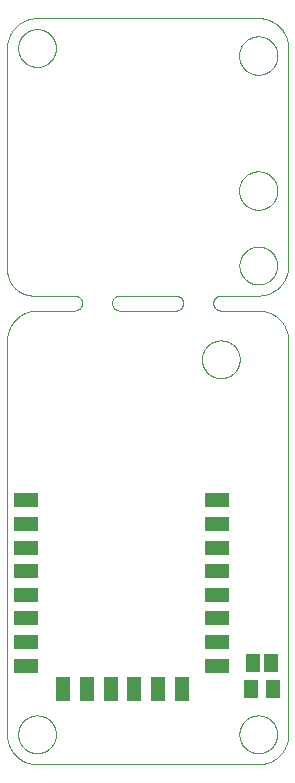
<source format=gbp>
G75*
%MOIN*%
%OFA0B0*%
%FSLAX25Y25*%
%IPPOS*%
%LPD*%
%AMOC8*
5,1,8,0,0,1.08239X$1,22.5*
%
%ADD10C,0.00000*%
%ADD11R,0.07874X0.04724*%
%ADD12R,0.04724X0.07874*%
%ADD13R,0.05118X0.05906*%
%ADD14R,0.04600X0.06300*%
D10*
X0028845Y0038800D02*
X0028845Y0170050D01*
X0028848Y0170292D01*
X0028857Y0170533D01*
X0028871Y0170774D01*
X0028892Y0171015D01*
X0028918Y0171255D01*
X0028950Y0171495D01*
X0028988Y0171734D01*
X0029031Y0171971D01*
X0029081Y0172208D01*
X0029136Y0172443D01*
X0029196Y0172677D01*
X0029263Y0172909D01*
X0029334Y0173140D01*
X0029412Y0173369D01*
X0029495Y0173596D01*
X0029583Y0173821D01*
X0029677Y0174044D01*
X0029776Y0174264D01*
X0029881Y0174482D01*
X0029990Y0174697D01*
X0030105Y0174910D01*
X0030225Y0175120D01*
X0030350Y0175326D01*
X0030480Y0175530D01*
X0030615Y0175731D01*
X0030755Y0175928D01*
X0030899Y0176122D01*
X0031048Y0176312D01*
X0031202Y0176498D01*
X0031360Y0176681D01*
X0031522Y0176860D01*
X0031689Y0177035D01*
X0031860Y0177206D01*
X0032035Y0177373D01*
X0032214Y0177535D01*
X0032397Y0177693D01*
X0032583Y0177847D01*
X0032773Y0177996D01*
X0032967Y0178140D01*
X0033164Y0178280D01*
X0033365Y0178415D01*
X0033569Y0178545D01*
X0033775Y0178670D01*
X0033985Y0178790D01*
X0034198Y0178905D01*
X0034413Y0179014D01*
X0034631Y0179119D01*
X0034851Y0179218D01*
X0035074Y0179312D01*
X0035299Y0179400D01*
X0035526Y0179483D01*
X0035755Y0179561D01*
X0035986Y0179632D01*
X0036218Y0179699D01*
X0036452Y0179759D01*
X0036687Y0179814D01*
X0036924Y0179864D01*
X0037161Y0179907D01*
X0037400Y0179945D01*
X0037640Y0179977D01*
X0037880Y0180003D01*
X0038121Y0180024D01*
X0038362Y0180038D01*
X0038603Y0180047D01*
X0038845Y0180050D01*
X0051345Y0180050D01*
X0053845Y0182550D02*
X0053843Y0182648D01*
X0053837Y0182746D01*
X0053828Y0182844D01*
X0053814Y0182941D01*
X0053797Y0183038D01*
X0053776Y0183134D01*
X0053751Y0183229D01*
X0053723Y0183323D01*
X0053690Y0183415D01*
X0053655Y0183507D01*
X0053615Y0183597D01*
X0053573Y0183685D01*
X0053526Y0183772D01*
X0053477Y0183856D01*
X0053424Y0183939D01*
X0053368Y0184019D01*
X0053308Y0184098D01*
X0053246Y0184174D01*
X0053181Y0184247D01*
X0053113Y0184318D01*
X0053042Y0184386D01*
X0052969Y0184451D01*
X0052893Y0184513D01*
X0052814Y0184573D01*
X0052734Y0184629D01*
X0052651Y0184682D01*
X0052567Y0184731D01*
X0052480Y0184778D01*
X0052392Y0184820D01*
X0052302Y0184860D01*
X0052210Y0184895D01*
X0052118Y0184928D01*
X0052024Y0184956D01*
X0051929Y0184981D01*
X0051833Y0185002D01*
X0051736Y0185019D01*
X0051639Y0185033D01*
X0051541Y0185042D01*
X0051443Y0185048D01*
X0051345Y0185050D01*
X0037595Y0185050D01*
X0037384Y0185053D01*
X0037172Y0185060D01*
X0036961Y0185073D01*
X0036751Y0185091D01*
X0036540Y0185114D01*
X0036331Y0185142D01*
X0036122Y0185175D01*
X0035914Y0185213D01*
X0035707Y0185256D01*
X0035501Y0185304D01*
X0035296Y0185357D01*
X0035093Y0185415D01*
X0034891Y0185478D01*
X0034691Y0185546D01*
X0034492Y0185619D01*
X0034295Y0185696D01*
X0034101Y0185778D01*
X0033908Y0185865D01*
X0033717Y0185956D01*
X0033529Y0186052D01*
X0033343Y0186153D01*
X0033159Y0186258D01*
X0032978Y0186367D01*
X0032800Y0186481D01*
X0032624Y0186599D01*
X0032452Y0186721D01*
X0032282Y0186847D01*
X0032116Y0186978D01*
X0031953Y0187112D01*
X0031793Y0187251D01*
X0031636Y0187393D01*
X0031483Y0187539D01*
X0031334Y0187688D01*
X0031188Y0187841D01*
X0031046Y0187998D01*
X0030907Y0188158D01*
X0030773Y0188321D01*
X0030642Y0188487D01*
X0030516Y0188657D01*
X0030394Y0188829D01*
X0030276Y0189005D01*
X0030162Y0189183D01*
X0030053Y0189364D01*
X0029948Y0189548D01*
X0029847Y0189734D01*
X0029751Y0189922D01*
X0029660Y0190113D01*
X0029573Y0190306D01*
X0029491Y0190500D01*
X0029414Y0190697D01*
X0029341Y0190896D01*
X0029273Y0191096D01*
X0029210Y0191298D01*
X0029152Y0191501D01*
X0029099Y0191706D01*
X0029051Y0191912D01*
X0029008Y0192119D01*
X0028970Y0192327D01*
X0028937Y0192536D01*
X0028909Y0192745D01*
X0028886Y0192956D01*
X0028868Y0193166D01*
X0028855Y0193377D01*
X0028848Y0193589D01*
X0028845Y0193800D01*
X0028845Y0267550D01*
X0028848Y0267792D01*
X0028857Y0268033D01*
X0028871Y0268274D01*
X0028892Y0268515D01*
X0028918Y0268755D01*
X0028950Y0268995D01*
X0028988Y0269234D01*
X0029031Y0269471D01*
X0029081Y0269708D01*
X0029136Y0269943D01*
X0029196Y0270177D01*
X0029263Y0270409D01*
X0029334Y0270640D01*
X0029412Y0270869D01*
X0029495Y0271096D01*
X0029583Y0271321D01*
X0029677Y0271544D01*
X0029776Y0271764D01*
X0029881Y0271982D01*
X0029990Y0272197D01*
X0030105Y0272410D01*
X0030225Y0272620D01*
X0030350Y0272826D01*
X0030480Y0273030D01*
X0030615Y0273231D01*
X0030755Y0273428D01*
X0030899Y0273622D01*
X0031048Y0273812D01*
X0031202Y0273998D01*
X0031360Y0274181D01*
X0031522Y0274360D01*
X0031689Y0274535D01*
X0031860Y0274706D01*
X0032035Y0274873D01*
X0032214Y0275035D01*
X0032397Y0275193D01*
X0032583Y0275347D01*
X0032773Y0275496D01*
X0032967Y0275640D01*
X0033164Y0275780D01*
X0033365Y0275915D01*
X0033569Y0276045D01*
X0033775Y0276170D01*
X0033985Y0276290D01*
X0034198Y0276405D01*
X0034413Y0276514D01*
X0034631Y0276619D01*
X0034851Y0276718D01*
X0035074Y0276812D01*
X0035299Y0276900D01*
X0035526Y0276983D01*
X0035755Y0277061D01*
X0035986Y0277132D01*
X0036218Y0277199D01*
X0036452Y0277259D01*
X0036687Y0277314D01*
X0036924Y0277364D01*
X0037161Y0277407D01*
X0037400Y0277445D01*
X0037640Y0277477D01*
X0037880Y0277503D01*
X0038121Y0277524D01*
X0038362Y0277538D01*
X0038603Y0277547D01*
X0038845Y0277550D01*
X0112595Y0277550D01*
X0112837Y0277547D01*
X0113078Y0277538D01*
X0113319Y0277524D01*
X0113560Y0277503D01*
X0113800Y0277477D01*
X0114040Y0277445D01*
X0114279Y0277407D01*
X0114516Y0277364D01*
X0114753Y0277314D01*
X0114988Y0277259D01*
X0115222Y0277199D01*
X0115454Y0277132D01*
X0115685Y0277061D01*
X0115914Y0276983D01*
X0116141Y0276900D01*
X0116366Y0276812D01*
X0116589Y0276718D01*
X0116809Y0276619D01*
X0117027Y0276514D01*
X0117242Y0276405D01*
X0117455Y0276290D01*
X0117665Y0276170D01*
X0117871Y0276045D01*
X0118075Y0275915D01*
X0118276Y0275780D01*
X0118473Y0275640D01*
X0118667Y0275496D01*
X0118857Y0275347D01*
X0119043Y0275193D01*
X0119226Y0275035D01*
X0119405Y0274873D01*
X0119580Y0274706D01*
X0119751Y0274535D01*
X0119918Y0274360D01*
X0120080Y0274181D01*
X0120238Y0273998D01*
X0120392Y0273812D01*
X0120541Y0273622D01*
X0120685Y0273428D01*
X0120825Y0273231D01*
X0120960Y0273030D01*
X0121090Y0272826D01*
X0121215Y0272620D01*
X0121335Y0272410D01*
X0121450Y0272197D01*
X0121559Y0271982D01*
X0121664Y0271764D01*
X0121763Y0271544D01*
X0121857Y0271321D01*
X0121945Y0271096D01*
X0122028Y0270869D01*
X0122106Y0270640D01*
X0122177Y0270409D01*
X0122244Y0270177D01*
X0122304Y0269943D01*
X0122359Y0269708D01*
X0122409Y0269471D01*
X0122452Y0269234D01*
X0122490Y0268995D01*
X0122522Y0268755D01*
X0122548Y0268515D01*
X0122569Y0268274D01*
X0122583Y0268033D01*
X0122592Y0267792D01*
X0122595Y0267550D01*
X0122595Y0195050D01*
X0122592Y0194808D01*
X0122583Y0194567D01*
X0122569Y0194326D01*
X0122548Y0194085D01*
X0122522Y0193845D01*
X0122490Y0193605D01*
X0122452Y0193366D01*
X0122409Y0193129D01*
X0122359Y0192892D01*
X0122304Y0192657D01*
X0122244Y0192423D01*
X0122177Y0192191D01*
X0122106Y0191960D01*
X0122028Y0191731D01*
X0121945Y0191504D01*
X0121857Y0191279D01*
X0121763Y0191056D01*
X0121664Y0190836D01*
X0121559Y0190618D01*
X0121450Y0190403D01*
X0121335Y0190190D01*
X0121215Y0189980D01*
X0121090Y0189774D01*
X0120960Y0189570D01*
X0120825Y0189369D01*
X0120685Y0189172D01*
X0120541Y0188978D01*
X0120392Y0188788D01*
X0120238Y0188602D01*
X0120080Y0188419D01*
X0119918Y0188240D01*
X0119751Y0188065D01*
X0119580Y0187894D01*
X0119405Y0187727D01*
X0119226Y0187565D01*
X0119043Y0187407D01*
X0118857Y0187253D01*
X0118667Y0187104D01*
X0118473Y0186960D01*
X0118276Y0186820D01*
X0118075Y0186685D01*
X0117871Y0186555D01*
X0117665Y0186430D01*
X0117455Y0186310D01*
X0117242Y0186195D01*
X0117027Y0186086D01*
X0116809Y0185981D01*
X0116589Y0185882D01*
X0116366Y0185788D01*
X0116141Y0185700D01*
X0115914Y0185617D01*
X0115685Y0185539D01*
X0115454Y0185468D01*
X0115222Y0185401D01*
X0114988Y0185341D01*
X0114753Y0185286D01*
X0114516Y0185236D01*
X0114279Y0185193D01*
X0114040Y0185155D01*
X0113800Y0185123D01*
X0113560Y0185097D01*
X0113319Y0185076D01*
X0113078Y0185062D01*
X0112837Y0185053D01*
X0112595Y0185050D01*
X0100095Y0185050D01*
X0099997Y0185048D01*
X0099899Y0185042D01*
X0099801Y0185033D01*
X0099704Y0185019D01*
X0099607Y0185002D01*
X0099511Y0184981D01*
X0099416Y0184956D01*
X0099322Y0184928D01*
X0099230Y0184895D01*
X0099138Y0184860D01*
X0099048Y0184820D01*
X0098960Y0184778D01*
X0098873Y0184731D01*
X0098789Y0184682D01*
X0098706Y0184629D01*
X0098626Y0184573D01*
X0098547Y0184513D01*
X0098471Y0184451D01*
X0098398Y0184386D01*
X0098327Y0184318D01*
X0098259Y0184247D01*
X0098194Y0184174D01*
X0098132Y0184098D01*
X0098072Y0184019D01*
X0098016Y0183939D01*
X0097963Y0183856D01*
X0097914Y0183772D01*
X0097867Y0183685D01*
X0097825Y0183597D01*
X0097785Y0183507D01*
X0097750Y0183415D01*
X0097717Y0183323D01*
X0097689Y0183229D01*
X0097664Y0183134D01*
X0097643Y0183038D01*
X0097626Y0182941D01*
X0097612Y0182844D01*
X0097603Y0182746D01*
X0097597Y0182648D01*
X0097595Y0182550D01*
X0097597Y0182452D01*
X0097603Y0182354D01*
X0097612Y0182256D01*
X0097626Y0182159D01*
X0097643Y0182062D01*
X0097664Y0181966D01*
X0097689Y0181871D01*
X0097717Y0181777D01*
X0097750Y0181685D01*
X0097785Y0181593D01*
X0097825Y0181503D01*
X0097867Y0181415D01*
X0097914Y0181328D01*
X0097963Y0181244D01*
X0098016Y0181161D01*
X0098072Y0181081D01*
X0098132Y0181002D01*
X0098194Y0180926D01*
X0098259Y0180853D01*
X0098327Y0180782D01*
X0098398Y0180714D01*
X0098471Y0180649D01*
X0098547Y0180587D01*
X0098626Y0180527D01*
X0098706Y0180471D01*
X0098789Y0180418D01*
X0098873Y0180369D01*
X0098960Y0180322D01*
X0099048Y0180280D01*
X0099138Y0180240D01*
X0099230Y0180205D01*
X0099322Y0180172D01*
X0099416Y0180144D01*
X0099511Y0180119D01*
X0099607Y0180098D01*
X0099704Y0180081D01*
X0099801Y0180067D01*
X0099899Y0180058D01*
X0099997Y0180052D01*
X0100095Y0180050D01*
X0112595Y0180050D01*
X0112837Y0180047D01*
X0113078Y0180038D01*
X0113319Y0180024D01*
X0113560Y0180003D01*
X0113800Y0179977D01*
X0114040Y0179945D01*
X0114279Y0179907D01*
X0114516Y0179864D01*
X0114753Y0179814D01*
X0114988Y0179759D01*
X0115222Y0179699D01*
X0115454Y0179632D01*
X0115685Y0179561D01*
X0115914Y0179483D01*
X0116141Y0179400D01*
X0116366Y0179312D01*
X0116589Y0179218D01*
X0116809Y0179119D01*
X0117027Y0179014D01*
X0117242Y0178905D01*
X0117455Y0178790D01*
X0117665Y0178670D01*
X0117871Y0178545D01*
X0118075Y0178415D01*
X0118276Y0178280D01*
X0118473Y0178140D01*
X0118667Y0177996D01*
X0118857Y0177847D01*
X0119043Y0177693D01*
X0119226Y0177535D01*
X0119405Y0177373D01*
X0119580Y0177206D01*
X0119751Y0177035D01*
X0119918Y0176860D01*
X0120080Y0176681D01*
X0120238Y0176498D01*
X0120392Y0176312D01*
X0120541Y0176122D01*
X0120685Y0175928D01*
X0120825Y0175731D01*
X0120960Y0175530D01*
X0121090Y0175326D01*
X0121215Y0175120D01*
X0121335Y0174910D01*
X0121450Y0174697D01*
X0121559Y0174482D01*
X0121664Y0174264D01*
X0121763Y0174044D01*
X0121857Y0173821D01*
X0121945Y0173596D01*
X0122028Y0173369D01*
X0122106Y0173140D01*
X0122177Y0172909D01*
X0122244Y0172677D01*
X0122304Y0172443D01*
X0122359Y0172208D01*
X0122409Y0171971D01*
X0122452Y0171734D01*
X0122490Y0171495D01*
X0122522Y0171255D01*
X0122548Y0171015D01*
X0122569Y0170774D01*
X0122583Y0170533D01*
X0122592Y0170292D01*
X0122595Y0170050D01*
X0122595Y0038800D01*
X0122592Y0038558D01*
X0122583Y0038317D01*
X0122569Y0038076D01*
X0122548Y0037835D01*
X0122522Y0037595D01*
X0122490Y0037355D01*
X0122452Y0037116D01*
X0122409Y0036879D01*
X0122359Y0036642D01*
X0122304Y0036407D01*
X0122244Y0036173D01*
X0122177Y0035941D01*
X0122106Y0035710D01*
X0122028Y0035481D01*
X0121945Y0035254D01*
X0121857Y0035029D01*
X0121763Y0034806D01*
X0121664Y0034586D01*
X0121559Y0034368D01*
X0121450Y0034153D01*
X0121335Y0033940D01*
X0121215Y0033730D01*
X0121090Y0033524D01*
X0120960Y0033320D01*
X0120825Y0033119D01*
X0120685Y0032922D01*
X0120541Y0032728D01*
X0120392Y0032538D01*
X0120238Y0032352D01*
X0120080Y0032169D01*
X0119918Y0031990D01*
X0119751Y0031815D01*
X0119580Y0031644D01*
X0119405Y0031477D01*
X0119226Y0031315D01*
X0119043Y0031157D01*
X0118857Y0031003D01*
X0118667Y0030854D01*
X0118473Y0030710D01*
X0118276Y0030570D01*
X0118075Y0030435D01*
X0117871Y0030305D01*
X0117665Y0030180D01*
X0117455Y0030060D01*
X0117242Y0029945D01*
X0117027Y0029836D01*
X0116809Y0029731D01*
X0116589Y0029632D01*
X0116366Y0029538D01*
X0116141Y0029450D01*
X0115914Y0029367D01*
X0115685Y0029289D01*
X0115454Y0029218D01*
X0115222Y0029151D01*
X0114988Y0029091D01*
X0114753Y0029036D01*
X0114516Y0028986D01*
X0114279Y0028943D01*
X0114040Y0028905D01*
X0113800Y0028873D01*
X0113560Y0028847D01*
X0113319Y0028826D01*
X0113078Y0028812D01*
X0112837Y0028803D01*
X0112595Y0028800D01*
X0038845Y0028800D01*
X0038603Y0028803D01*
X0038362Y0028812D01*
X0038121Y0028826D01*
X0037880Y0028847D01*
X0037640Y0028873D01*
X0037400Y0028905D01*
X0037161Y0028943D01*
X0036924Y0028986D01*
X0036687Y0029036D01*
X0036452Y0029091D01*
X0036218Y0029151D01*
X0035986Y0029218D01*
X0035755Y0029289D01*
X0035526Y0029367D01*
X0035299Y0029450D01*
X0035074Y0029538D01*
X0034851Y0029632D01*
X0034631Y0029731D01*
X0034413Y0029836D01*
X0034198Y0029945D01*
X0033985Y0030060D01*
X0033775Y0030180D01*
X0033569Y0030305D01*
X0033365Y0030435D01*
X0033164Y0030570D01*
X0032967Y0030710D01*
X0032773Y0030854D01*
X0032583Y0031003D01*
X0032397Y0031157D01*
X0032214Y0031315D01*
X0032035Y0031477D01*
X0031860Y0031644D01*
X0031689Y0031815D01*
X0031522Y0031990D01*
X0031360Y0032169D01*
X0031202Y0032352D01*
X0031048Y0032538D01*
X0030899Y0032728D01*
X0030755Y0032922D01*
X0030615Y0033119D01*
X0030480Y0033320D01*
X0030350Y0033524D01*
X0030225Y0033730D01*
X0030105Y0033940D01*
X0029990Y0034153D01*
X0029881Y0034368D01*
X0029776Y0034586D01*
X0029677Y0034806D01*
X0029583Y0035029D01*
X0029495Y0035254D01*
X0029412Y0035481D01*
X0029334Y0035710D01*
X0029263Y0035941D01*
X0029196Y0036173D01*
X0029136Y0036407D01*
X0029081Y0036642D01*
X0029031Y0036879D01*
X0028988Y0037116D01*
X0028950Y0037355D01*
X0028918Y0037595D01*
X0028892Y0037835D01*
X0028871Y0038076D01*
X0028857Y0038317D01*
X0028848Y0038558D01*
X0028845Y0038800D01*
X0032546Y0038800D02*
X0032548Y0038958D01*
X0032554Y0039116D01*
X0032564Y0039274D01*
X0032578Y0039432D01*
X0032596Y0039589D01*
X0032617Y0039746D01*
X0032643Y0039902D01*
X0032673Y0040058D01*
X0032706Y0040213D01*
X0032744Y0040366D01*
X0032785Y0040519D01*
X0032830Y0040671D01*
X0032879Y0040822D01*
X0032932Y0040971D01*
X0032988Y0041119D01*
X0033048Y0041265D01*
X0033112Y0041410D01*
X0033180Y0041553D01*
X0033251Y0041695D01*
X0033325Y0041835D01*
X0033403Y0041972D01*
X0033485Y0042108D01*
X0033569Y0042242D01*
X0033658Y0042373D01*
X0033749Y0042502D01*
X0033844Y0042629D01*
X0033941Y0042754D01*
X0034042Y0042876D01*
X0034146Y0042995D01*
X0034253Y0043112D01*
X0034363Y0043226D01*
X0034476Y0043337D01*
X0034591Y0043446D01*
X0034709Y0043551D01*
X0034830Y0043653D01*
X0034953Y0043753D01*
X0035079Y0043849D01*
X0035207Y0043942D01*
X0035337Y0044032D01*
X0035470Y0044118D01*
X0035605Y0044202D01*
X0035741Y0044281D01*
X0035880Y0044358D01*
X0036021Y0044430D01*
X0036163Y0044500D01*
X0036307Y0044565D01*
X0036453Y0044627D01*
X0036600Y0044685D01*
X0036749Y0044740D01*
X0036899Y0044791D01*
X0037050Y0044838D01*
X0037202Y0044881D01*
X0037355Y0044920D01*
X0037510Y0044956D01*
X0037665Y0044987D01*
X0037821Y0045015D01*
X0037977Y0045039D01*
X0038134Y0045059D01*
X0038292Y0045075D01*
X0038449Y0045087D01*
X0038608Y0045095D01*
X0038766Y0045099D01*
X0038924Y0045099D01*
X0039082Y0045095D01*
X0039241Y0045087D01*
X0039398Y0045075D01*
X0039556Y0045059D01*
X0039713Y0045039D01*
X0039869Y0045015D01*
X0040025Y0044987D01*
X0040180Y0044956D01*
X0040335Y0044920D01*
X0040488Y0044881D01*
X0040640Y0044838D01*
X0040791Y0044791D01*
X0040941Y0044740D01*
X0041090Y0044685D01*
X0041237Y0044627D01*
X0041383Y0044565D01*
X0041527Y0044500D01*
X0041669Y0044430D01*
X0041810Y0044358D01*
X0041949Y0044281D01*
X0042085Y0044202D01*
X0042220Y0044118D01*
X0042353Y0044032D01*
X0042483Y0043942D01*
X0042611Y0043849D01*
X0042737Y0043753D01*
X0042860Y0043653D01*
X0042981Y0043551D01*
X0043099Y0043446D01*
X0043214Y0043337D01*
X0043327Y0043226D01*
X0043437Y0043112D01*
X0043544Y0042995D01*
X0043648Y0042876D01*
X0043749Y0042754D01*
X0043846Y0042629D01*
X0043941Y0042502D01*
X0044032Y0042373D01*
X0044121Y0042242D01*
X0044205Y0042108D01*
X0044287Y0041972D01*
X0044365Y0041835D01*
X0044439Y0041695D01*
X0044510Y0041553D01*
X0044578Y0041410D01*
X0044642Y0041265D01*
X0044702Y0041119D01*
X0044758Y0040971D01*
X0044811Y0040822D01*
X0044860Y0040671D01*
X0044905Y0040519D01*
X0044946Y0040366D01*
X0044984Y0040213D01*
X0045017Y0040058D01*
X0045047Y0039902D01*
X0045073Y0039746D01*
X0045094Y0039589D01*
X0045112Y0039432D01*
X0045126Y0039274D01*
X0045136Y0039116D01*
X0045142Y0038958D01*
X0045144Y0038800D01*
X0045142Y0038642D01*
X0045136Y0038484D01*
X0045126Y0038326D01*
X0045112Y0038168D01*
X0045094Y0038011D01*
X0045073Y0037854D01*
X0045047Y0037698D01*
X0045017Y0037542D01*
X0044984Y0037387D01*
X0044946Y0037234D01*
X0044905Y0037081D01*
X0044860Y0036929D01*
X0044811Y0036778D01*
X0044758Y0036629D01*
X0044702Y0036481D01*
X0044642Y0036335D01*
X0044578Y0036190D01*
X0044510Y0036047D01*
X0044439Y0035905D01*
X0044365Y0035765D01*
X0044287Y0035628D01*
X0044205Y0035492D01*
X0044121Y0035358D01*
X0044032Y0035227D01*
X0043941Y0035098D01*
X0043846Y0034971D01*
X0043749Y0034846D01*
X0043648Y0034724D01*
X0043544Y0034605D01*
X0043437Y0034488D01*
X0043327Y0034374D01*
X0043214Y0034263D01*
X0043099Y0034154D01*
X0042981Y0034049D01*
X0042860Y0033947D01*
X0042737Y0033847D01*
X0042611Y0033751D01*
X0042483Y0033658D01*
X0042353Y0033568D01*
X0042220Y0033482D01*
X0042085Y0033398D01*
X0041949Y0033319D01*
X0041810Y0033242D01*
X0041669Y0033170D01*
X0041527Y0033100D01*
X0041383Y0033035D01*
X0041237Y0032973D01*
X0041090Y0032915D01*
X0040941Y0032860D01*
X0040791Y0032809D01*
X0040640Y0032762D01*
X0040488Y0032719D01*
X0040335Y0032680D01*
X0040180Y0032644D01*
X0040025Y0032613D01*
X0039869Y0032585D01*
X0039713Y0032561D01*
X0039556Y0032541D01*
X0039398Y0032525D01*
X0039241Y0032513D01*
X0039082Y0032505D01*
X0038924Y0032501D01*
X0038766Y0032501D01*
X0038608Y0032505D01*
X0038449Y0032513D01*
X0038292Y0032525D01*
X0038134Y0032541D01*
X0037977Y0032561D01*
X0037821Y0032585D01*
X0037665Y0032613D01*
X0037510Y0032644D01*
X0037355Y0032680D01*
X0037202Y0032719D01*
X0037050Y0032762D01*
X0036899Y0032809D01*
X0036749Y0032860D01*
X0036600Y0032915D01*
X0036453Y0032973D01*
X0036307Y0033035D01*
X0036163Y0033100D01*
X0036021Y0033170D01*
X0035880Y0033242D01*
X0035741Y0033319D01*
X0035605Y0033398D01*
X0035470Y0033482D01*
X0035337Y0033568D01*
X0035207Y0033658D01*
X0035079Y0033751D01*
X0034953Y0033847D01*
X0034830Y0033947D01*
X0034709Y0034049D01*
X0034591Y0034154D01*
X0034476Y0034263D01*
X0034363Y0034374D01*
X0034253Y0034488D01*
X0034146Y0034605D01*
X0034042Y0034724D01*
X0033941Y0034846D01*
X0033844Y0034971D01*
X0033749Y0035098D01*
X0033658Y0035227D01*
X0033569Y0035358D01*
X0033485Y0035492D01*
X0033403Y0035628D01*
X0033325Y0035765D01*
X0033251Y0035905D01*
X0033180Y0036047D01*
X0033112Y0036190D01*
X0033048Y0036335D01*
X0032988Y0036481D01*
X0032932Y0036629D01*
X0032879Y0036778D01*
X0032830Y0036929D01*
X0032785Y0037081D01*
X0032744Y0037234D01*
X0032706Y0037387D01*
X0032673Y0037542D01*
X0032643Y0037698D01*
X0032617Y0037854D01*
X0032596Y0038011D01*
X0032578Y0038168D01*
X0032564Y0038326D01*
X0032554Y0038484D01*
X0032548Y0038642D01*
X0032546Y0038800D01*
X0093796Y0163800D02*
X0093798Y0163958D01*
X0093804Y0164116D01*
X0093814Y0164274D01*
X0093828Y0164432D01*
X0093846Y0164589D01*
X0093867Y0164746D01*
X0093893Y0164902D01*
X0093923Y0165058D01*
X0093956Y0165213D01*
X0093994Y0165366D01*
X0094035Y0165519D01*
X0094080Y0165671D01*
X0094129Y0165822D01*
X0094182Y0165971D01*
X0094238Y0166119D01*
X0094298Y0166265D01*
X0094362Y0166410D01*
X0094430Y0166553D01*
X0094501Y0166695D01*
X0094575Y0166835D01*
X0094653Y0166972D01*
X0094735Y0167108D01*
X0094819Y0167242D01*
X0094908Y0167373D01*
X0094999Y0167502D01*
X0095094Y0167629D01*
X0095191Y0167754D01*
X0095292Y0167876D01*
X0095396Y0167995D01*
X0095503Y0168112D01*
X0095613Y0168226D01*
X0095726Y0168337D01*
X0095841Y0168446D01*
X0095959Y0168551D01*
X0096080Y0168653D01*
X0096203Y0168753D01*
X0096329Y0168849D01*
X0096457Y0168942D01*
X0096587Y0169032D01*
X0096720Y0169118D01*
X0096855Y0169202D01*
X0096991Y0169281D01*
X0097130Y0169358D01*
X0097271Y0169430D01*
X0097413Y0169500D01*
X0097557Y0169565D01*
X0097703Y0169627D01*
X0097850Y0169685D01*
X0097999Y0169740D01*
X0098149Y0169791D01*
X0098300Y0169838D01*
X0098452Y0169881D01*
X0098605Y0169920D01*
X0098760Y0169956D01*
X0098915Y0169987D01*
X0099071Y0170015D01*
X0099227Y0170039D01*
X0099384Y0170059D01*
X0099542Y0170075D01*
X0099699Y0170087D01*
X0099858Y0170095D01*
X0100016Y0170099D01*
X0100174Y0170099D01*
X0100332Y0170095D01*
X0100491Y0170087D01*
X0100648Y0170075D01*
X0100806Y0170059D01*
X0100963Y0170039D01*
X0101119Y0170015D01*
X0101275Y0169987D01*
X0101430Y0169956D01*
X0101585Y0169920D01*
X0101738Y0169881D01*
X0101890Y0169838D01*
X0102041Y0169791D01*
X0102191Y0169740D01*
X0102340Y0169685D01*
X0102487Y0169627D01*
X0102633Y0169565D01*
X0102777Y0169500D01*
X0102919Y0169430D01*
X0103060Y0169358D01*
X0103199Y0169281D01*
X0103335Y0169202D01*
X0103470Y0169118D01*
X0103603Y0169032D01*
X0103733Y0168942D01*
X0103861Y0168849D01*
X0103987Y0168753D01*
X0104110Y0168653D01*
X0104231Y0168551D01*
X0104349Y0168446D01*
X0104464Y0168337D01*
X0104577Y0168226D01*
X0104687Y0168112D01*
X0104794Y0167995D01*
X0104898Y0167876D01*
X0104999Y0167754D01*
X0105096Y0167629D01*
X0105191Y0167502D01*
X0105282Y0167373D01*
X0105371Y0167242D01*
X0105455Y0167108D01*
X0105537Y0166972D01*
X0105615Y0166835D01*
X0105689Y0166695D01*
X0105760Y0166553D01*
X0105828Y0166410D01*
X0105892Y0166265D01*
X0105952Y0166119D01*
X0106008Y0165971D01*
X0106061Y0165822D01*
X0106110Y0165671D01*
X0106155Y0165519D01*
X0106196Y0165366D01*
X0106234Y0165213D01*
X0106267Y0165058D01*
X0106297Y0164902D01*
X0106323Y0164746D01*
X0106344Y0164589D01*
X0106362Y0164432D01*
X0106376Y0164274D01*
X0106386Y0164116D01*
X0106392Y0163958D01*
X0106394Y0163800D01*
X0106392Y0163642D01*
X0106386Y0163484D01*
X0106376Y0163326D01*
X0106362Y0163168D01*
X0106344Y0163011D01*
X0106323Y0162854D01*
X0106297Y0162698D01*
X0106267Y0162542D01*
X0106234Y0162387D01*
X0106196Y0162234D01*
X0106155Y0162081D01*
X0106110Y0161929D01*
X0106061Y0161778D01*
X0106008Y0161629D01*
X0105952Y0161481D01*
X0105892Y0161335D01*
X0105828Y0161190D01*
X0105760Y0161047D01*
X0105689Y0160905D01*
X0105615Y0160765D01*
X0105537Y0160628D01*
X0105455Y0160492D01*
X0105371Y0160358D01*
X0105282Y0160227D01*
X0105191Y0160098D01*
X0105096Y0159971D01*
X0104999Y0159846D01*
X0104898Y0159724D01*
X0104794Y0159605D01*
X0104687Y0159488D01*
X0104577Y0159374D01*
X0104464Y0159263D01*
X0104349Y0159154D01*
X0104231Y0159049D01*
X0104110Y0158947D01*
X0103987Y0158847D01*
X0103861Y0158751D01*
X0103733Y0158658D01*
X0103603Y0158568D01*
X0103470Y0158482D01*
X0103335Y0158398D01*
X0103199Y0158319D01*
X0103060Y0158242D01*
X0102919Y0158170D01*
X0102777Y0158100D01*
X0102633Y0158035D01*
X0102487Y0157973D01*
X0102340Y0157915D01*
X0102191Y0157860D01*
X0102041Y0157809D01*
X0101890Y0157762D01*
X0101738Y0157719D01*
X0101585Y0157680D01*
X0101430Y0157644D01*
X0101275Y0157613D01*
X0101119Y0157585D01*
X0100963Y0157561D01*
X0100806Y0157541D01*
X0100648Y0157525D01*
X0100491Y0157513D01*
X0100332Y0157505D01*
X0100174Y0157501D01*
X0100016Y0157501D01*
X0099858Y0157505D01*
X0099699Y0157513D01*
X0099542Y0157525D01*
X0099384Y0157541D01*
X0099227Y0157561D01*
X0099071Y0157585D01*
X0098915Y0157613D01*
X0098760Y0157644D01*
X0098605Y0157680D01*
X0098452Y0157719D01*
X0098300Y0157762D01*
X0098149Y0157809D01*
X0097999Y0157860D01*
X0097850Y0157915D01*
X0097703Y0157973D01*
X0097557Y0158035D01*
X0097413Y0158100D01*
X0097271Y0158170D01*
X0097130Y0158242D01*
X0096991Y0158319D01*
X0096855Y0158398D01*
X0096720Y0158482D01*
X0096587Y0158568D01*
X0096457Y0158658D01*
X0096329Y0158751D01*
X0096203Y0158847D01*
X0096080Y0158947D01*
X0095959Y0159049D01*
X0095841Y0159154D01*
X0095726Y0159263D01*
X0095613Y0159374D01*
X0095503Y0159488D01*
X0095396Y0159605D01*
X0095292Y0159724D01*
X0095191Y0159846D01*
X0095094Y0159971D01*
X0094999Y0160098D01*
X0094908Y0160227D01*
X0094819Y0160358D01*
X0094735Y0160492D01*
X0094653Y0160628D01*
X0094575Y0160765D01*
X0094501Y0160905D01*
X0094430Y0161047D01*
X0094362Y0161190D01*
X0094298Y0161335D01*
X0094238Y0161481D01*
X0094182Y0161629D01*
X0094129Y0161778D01*
X0094080Y0161929D01*
X0094035Y0162081D01*
X0093994Y0162234D01*
X0093956Y0162387D01*
X0093923Y0162542D01*
X0093893Y0162698D01*
X0093867Y0162854D01*
X0093846Y0163011D01*
X0093828Y0163168D01*
X0093814Y0163326D01*
X0093804Y0163484D01*
X0093798Y0163642D01*
X0093796Y0163800D01*
X0085095Y0180050D02*
X0066345Y0180050D01*
X0066247Y0180052D01*
X0066149Y0180058D01*
X0066051Y0180067D01*
X0065954Y0180081D01*
X0065857Y0180098D01*
X0065761Y0180119D01*
X0065666Y0180144D01*
X0065572Y0180172D01*
X0065480Y0180205D01*
X0065388Y0180240D01*
X0065298Y0180280D01*
X0065210Y0180322D01*
X0065123Y0180369D01*
X0065039Y0180418D01*
X0064956Y0180471D01*
X0064876Y0180527D01*
X0064797Y0180587D01*
X0064721Y0180649D01*
X0064648Y0180714D01*
X0064577Y0180782D01*
X0064509Y0180853D01*
X0064444Y0180926D01*
X0064382Y0181002D01*
X0064322Y0181081D01*
X0064266Y0181161D01*
X0064213Y0181244D01*
X0064164Y0181328D01*
X0064117Y0181415D01*
X0064075Y0181503D01*
X0064035Y0181593D01*
X0064000Y0181685D01*
X0063967Y0181777D01*
X0063939Y0181871D01*
X0063914Y0181966D01*
X0063893Y0182062D01*
X0063876Y0182159D01*
X0063862Y0182256D01*
X0063853Y0182354D01*
X0063847Y0182452D01*
X0063845Y0182550D01*
X0063847Y0182648D01*
X0063853Y0182746D01*
X0063862Y0182844D01*
X0063876Y0182941D01*
X0063893Y0183038D01*
X0063914Y0183134D01*
X0063939Y0183229D01*
X0063967Y0183323D01*
X0064000Y0183415D01*
X0064035Y0183507D01*
X0064075Y0183597D01*
X0064117Y0183685D01*
X0064164Y0183772D01*
X0064213Y0183856D01*
X0064266Y0183939D01*
X0064322Y0184019D01*
X0064382Y0184098D01*
X0064444Y0184174D01*
X0064509Y0184247D01*
X0064577Y0184318D01*
X0064648Y0184386D01*
X0064721Y0184451D01*
X0064797Y0184513D01*
X0064876Y0184573D01*
X0064956Y0184629D01*
X0065039Y0184682D01*
X0065123Y0184731D01*
X0065210Y0184778D01*
X0065298Y0184820D01*
X0065388Y0184860D01*
X0065480Y0184895D01*
X0065572Y0184928D01*
X0065666Y0184956D01*
X0065761Y0184981D01*
X0065857Y0185002D01*
X0065954Y0185019D01*
X0066051Y0185033D01*
X0066149Y0185042D01*
X0066247Y0185048D01*
X0066345Y0185050D01*
X0085095Y0185050D01*
X0085193Y0185048D01*
X0085291Y0185042D01*
X0085389Y0185033D01*
X0085486Y0185019D01*
X0085583Y0185002D01*
X0085679Y0184981D01*
X0085774Y0184956D01*
X0085868Y0184928D01*
X0085960Y0184895D01*
X0086052Y0184860D01*
X0086142Y0184820D01*
X0086230Y0184778D01*
X0086317Y0184731D01*
X0086401Y0184682D01*
X0086484Y0184629D01*
X0086564Y0184573D01*
X0086643Y0184513D01*
X0086719Y0184451D01*
X0086792Y0184386D01*
X0086863Y0184318D01*
X0086931Y0184247D01*
X0086996Y0184174D01*
X0087058Y0184098D01*
X0087118Y0184019D01*
X0087174Y0183939D01*
X0087227Y0183856D01*
X0087276Y0183772D01*
X0087323Y0183685D01*
X0087365Y0183597D01*
X0087405Y0183507D01*
X0087440Y0183415D01*
X0087473Y0183323D01*
X0087501Y0183229D01*
X0087526Y0183134D01*
X0087547Y0183038D01*
X0087564Y0182941D01*
X0087578Y0182844D01*
X0087587Y0182746D01*
X0087593Y0182648D01*
X0087595Y0182550D01*
X0087593Y0182452D01*
X0087587Y0182354D01*
X0087578Y0182256D01*
X0087564Y0182159D01*
X0087547Y0182062D01*
X0087526Y0181966D01*
X0087501Y0181871D01*
X0087473Y0181777D01*
X0087440Y0181685D01*
X0087405Y0181593D01*
X0087365Y0181503D01*
X0087323Y0181415D01*
X0087276Y0181328D01*
X0087227Y0181244D01*
X0087174Y0181161D01*
X0087118Y0181081D01*
X0087058Y0181002D01*
X0086996Y0180926D01*
X0086931Y0180853D01*
X0086863Y0180782D01*
X0086792Y0180714D01*
X0086719Y0180649D01*
X0086643Y0180587D01*
X0086564Y0180527D01*
X0086484Y0180471D01*
X0086401Y0180418D01*
X0086317Y0180369D01*
X0086230Y0180322D01*
X0086142Y0180280D01*
X0086052Y0180240D01*
X0085960Y0180205D01*
X0085868Y0180172D01*
X0085774Y0180144D01*
X0085679Y0180119D01*
X0085583Y0180098D01*
X0085486Y0180081D01*
X0085389Y0180067D01*
X0085291Y0180058D01*
X0085193Y0180052D01*
X0085095Y0180050D01*
X0106296Y0195050D02*
X0106298Y0195208D01*
X0106304Y0195366D01*
X0106314Y0195524D01*
X0106328Y0195682D01*
X0106346Y0195839D01*
X0106367Y0195996D01*
X0106393Y0196152D01*
X0106423Y0196308D01*
X0106456Y0196463D01*
X0106494Y0196616D01*
X0106535Y0196769D01*
X0106580Y0196921D01*
X0106629Y0197072D01*
X0106682Y0197221D01*
X0106738Y0197369D01*
X0106798Y0197515D01*
X0106862Y0197660D01*
X0106930Y0197803D01*
X0107001Y0197945D01*
X0107075Y0198085D01*
X0107153Y0198222D01*
X0107235Y0198358D01*
X0107319Y0198492D01*
X0107408Y0198623D01*
X0107499Y0198752D01*
X0107594Y0198879D01*
X0107691Y0199004D01*
X0107792Y0199126D01*
X0107896Y0199245D01*
X0108003Y0199362D01*
X0108113Y0199476D01*
X0108226Y0199587D01*
X0108341Y0199696D01*
X0108459Y0199801D01*
X0108580Y0199903D01*
X0108703Y0200003D01*
X0108829Y0200099D01*
X0108957Y0200192D01*
X0109087Y0200282D01*
X0109220Y0200368D01*
X0109355Y0200452D01*
X0109491Y0200531D01*
X0109630Y0200608D01*
X0109771Y0200680D01*
X0109913Y0200750D01*
X0110057Y0200815D01*
X0110203Y0200877D01*
X0110350Y0200935D01*
X0110499Y0200990D01*
X0110649Y0201041D01*
X0110800Y0201088D01*
X0110952Y0201131D01*
X0111105Y0201170D01*
X0111260Y0201206D01*
X0111415Y0201237D01*
X0111571Y0201265D01*
X0111727Y0201289D01*
X0111884Y0201309D01*
X0112042Y0201325D01*
X0112199Y0201337D01*
X0112358Y0201345D01*
X0112516Y0201349D01*
X0112674Y0201349D01*
X0112832Y0201345D01*
X0112991Y0201337D01*
X0113148Y0201325D01*
X0113306Y0201309D01*
X0113463Y0201289D01*
X0113619Y0201265D01*
X0113775Y0201237D01*
X0113930Y0201206D01*
X0114085Y0201170D01*
X0114238Y0201131D01*
X0114390Y0201088D01*
X0114541Y0201041D01*
X0114691Y0200990D01*
X0114840Y0200935D01*
X0114987Y0200877D01*
X0115133Y0200815D01*
X0115277Y0200750D01*
X0115419Y0200680D01*
X0115560Y0200608D01*
X0115699Y0200531D01*
X0115835Y0200452D01*
X0115970Y0200368D01*
X0116103Y0200282D01*
X0116233Y0200192D01*
X0116361Y0200099D01*
X0116487Y0200003D01*
X0116610Y0199903D01*
X0116731Y0199801D01*
X0116849Y0199696D01*
X0116964Y0199587D01*
X0117077Y0199476D01*
X0117187Y0199362D01*
X0117294Y0199245D01*
X0117398Y0199126D01*
X0117499Y0199004D01*
X0117596Y0198879D01*
X0117691Y0198752D01*
X0117782Y0198623D01*
X0117871Y0198492D01*
X0117955Y0198358D01*
X0118037Y0198222D01*
X0118115Y0198085D01*
X0118189Y0197945D01*
X0118260Y0197803D01*
X0118328Y0197660D01*
X0118392Y0197515D01*
X0118452Y0197369D01*
X0118508Y0197221D01*
X0118561Y0197072D01*
X0118610Y0196921D01*
X0118655Y0196769D01*
X0118696Y0196616D01*
X0118734Y0196463D01*
X0118767Y0196308D01*
X0118797Y0196152D01*
X0118823Y0195996D01*
X0118844Y0195839D01*
X0118862Y0195682D01*
X0118876Y0195524D01*
X0118886Y0195366D01*
X0118892Y0195208D01*
X0118894Y0195050D01*
X0118892Y0194892D01*
X0118886Y0194734D01*
X0118876Y0194576D01*
X0118862Y0194418D01*
X0118844Y0194261D01*
X0118823Y0194104D01*
X0118797Y0193948D01*
X0118767Y0193792D01*
X0118734Y0193637D01*
X0118696Y0193484D01*
X0118655Y0193331D01*
X0118610Y0193179D01*
X0118561Y0193028D01*
X0118508Y0192879D01*
X0118452Y0192731D01*
X0118392Y0192585D01*
X0118328Y0192440D01*
X0118260Y0192297D01*
X0118189Y0192155D01*
X0118115Y0192015D01*
X0118037Y0191878D01*
X0117955Y0191742D01*
X0117871Y0191608D01*
X0117782Y0191477D01*
X0117691Y0191348D01*
X0117596Y0191221D01*
X0117499Y0191096D01*
X0117398Y0190974D01*
X0117294Y0190855D01*
X0117187Y0190738D01*
X0117077Y0190624D01*
X0116964Y0190513D01*
X0116849Y0190404D01*
X0116731Y0190299D01*
X0116610Y0190197D01*
X0116487Y0190097D01*
X0116361Y0190001D01*
X0116233Y0189908D01*
X0116103Y0189818D01*
X0115970Y0189732D01*
X0115835Y0189648D01*
X0115699Y0189569D01*
X0115560Y0189492D01*
X0115419Y0189420D01*
X0115277Y0189350D01*
X0115133Y0189285D01*
X0114987Y0189223D01*
X0114840Y0189165D01*
X0114691Y0189110D01*
X0114541Y0189059D01*
X0114390Y0189012D01*
X0114238Y0188969D01*
X0114085Y0188930D01*
X0113930Y0188894D01*
X0113775Y0188863D01*
X0113619Y0188835D01*
X0113463Y0188811D01*
X0113306Y0188791D01*
X0113148Y0188775D01*
X0112991Y0188763D01*
X0112832Y0188755D01*
X0112674Y0188751D01*
X0112516Y0188751D01*
X0112358Y0188755D01*
X0112199Y0188763D01*
X0112042Y0188775D01*
X0111884Y0188791D01*
X0111727Y0188811D01*
X0111571Y0188835D01*
X0111415Y0188863D01*
X0111260Y0188894D01*
X0111105Y0188930D01*
X0110952Y0188969D01*
X0110800Y0189012D01*
X0110649Y0189059D01*
X0110499Y0189110D01*
X0110350Y0189165D01*
X0110203Y0189223D01*
X0110057Y0189285D01*
X0109913Y0189350D01*
X0109771Y0189420D01*
X0109630Y0189492D01*
X0109491Y0189569D01*
X0109355Y0189648D01*
X0109220Y0189732D01*
X0109087Y0189818D01*
X0108957Y0189908D01*
X0108829Y0190001D01*
X0108703Y0190097D01*
X0108580Y0190197D01*
X0108459Y0190299D01*
X0108341Y0190404D01*
X0108226Y0190513D01*
X0108113Y0190624D01*
X0108003Y0190738D01*
X0107896Y0190855D01*
X0107792Y0190974D01*
X0107691Y0191096D01*
X0107594Y0191221D01*
X0107499Y0191348D01*
X0107408Y0191477D01*
X0107319Y0191608D01*
X0107235Y0191742D01*
X0107153Y0191878D01*
X0107075Y0192015D01*
X0107001Y0192155D01*
X0106930Y0192297D01*
X0106862Y0192440D01*
X0106798Y0192585D01*
X0106738Y0192731D01*
X0106682Y0192879D01*
X0106629Y0193028D01*
X0106580Y0193179D01*
X0106535Y0193331D01*
X0106494Y0193484D01*
X0106456Y0193637D01*
X0106423Y0193792D01*
X0106393Y0193948D01*
X0106367Y0194104D01*
X0106346Y0194261D01*
X0106328Y0194418D01*
X0106314Y0194576D01*
X0106304Y0194734D01*
X0106298Y0194892D01*
X0106296Y0195050D01*
X0106195Y0220050D02*
X0106197Y0220210D01*
X0106203Y0220369D01*
X0106213Y0220528D01*
X0106227Y0220687D01*
X0106245Y0220846D01*
X0106266Y0221004D01*
X0106292Y0221161D01*
X0106322Y0221318D01*
X0106355Y0221474D01*
X0106393Y0221629D01*
X0106434Y0221783D01*
X0106479Y0221936D01*
X0106528Y0222088D01*
X0106581Y0222239D01*
X0106637Y0222388D01*
X0106698Y0222536D01*
X0106761Y0222682D01*
X0106829Y0222827D01*
X0106900Y0222970D01*
X0106974Y0223111D01*
X0107052Y0223250D01*
X0107134Y0223387D01*
X0107219Y0223522D01*
X0107307Y0223655D01*
X0107399Y0223786D01*
X0107493Y0223914D01*
X0107591Y0224040D01*
X0107692Y0224164D01*
X0107796Y0224285D01*
X0107903Y0224403D01*
X0108013Y0224519D01*
X0108126Y0224632D01*
X0108242Y0224742D01*
X0108360Y0224849D01*
X0108481Y0224953D01*
X0108605Y0225054D01*
X0108731Y0225152D01*
X0108859Y0225246D01*
X0108990Y0225338D01*
X0109123Y0225426D01*
X0109258Y0225511D01*
X0109395Y0225593D01*
X0109534Y0225671D01*
X0109675Y0225745D01*
X0109818Y0225816D01*
X0109963Y0225884D01*
X0110109Y0225947D01*
X0110257Y0226008D01*
X0110406Y0226064D01*
X0110557Y0226117D01*
X0110709Y0226166D01*
X0110862Y0226211D01*
X0111016Y0226252D01*
X0111171Y0226290D01*
X0111327Y0226323D01*
X0111484Y0226353D01*
X0111641Y0226379D01*
X0111799Y0226400D01*
X0111958Y0226418D01*
X0112117Y0226432D01*
X0112276Y0226442D01*
X0112435Y0226448D01*
X0112595Y0226450D01*
X0112755Y0226448D01*
X0112914Y0226442D01*
X0113073Y0226432D01*
X0113232Y0226418D01*
X0113391Y0226400D01*
X0113549Y0226379D01*
X0113706Y0226353D01*
X0113863Y0226323D01*
X0114019Y0226290D01*
X0114174Y0226252D01*
X0114328Y0226211D01*
X0114481Y0226166D01*
X0114633Y0226117D01*
X0114784Y0226064D01*
X0114933Y0226008D01*
X0115081Y0225947D01*
X0115227Y0225884D01*
X0115372Y0225816D01*
X0115515Y0225745D01*
X0115656Y0225671D01*
X0115795Y0225593D01*
X0115932Y0225511D01*
X0116067Y0225426D01*
X0116200Y0225338D01*
X0116331Y0225246D01*
X0116459Y0225152D01*
X0116585Y0225054D01*
X0116709Y0224953D01*
X0116830Y0224849D01*
X0116948Y0224742D01*
X0117064Y0224632D01*
X0117177Y0224519D01*
X0117287Y0224403D01*
X0117394Y0224285D01*
X0117498Y0224164D01*
X0117599Y0224040D01*
X0117697Y0223914D01*
X0117791Y0223786D01*
X0117883Y0223655D01*
X0117971Y0223522D01*
X0118056Y0223387D01*
X0118138Y0223250D01*
X0118216Y0223111D01*
X0118290Y0222970D01*
X0118361Y0222827D01*
X0118429Y0222682D01*
X0118492Y0222536D01*
X0118553Y0222388D01*
X0118609Y0222239D01*
X0118662Y0222088D01*
X0118711Y0221936D01*
X0118756Y0221783D01*
X0118797Y0221629D01*
X0118835Y0221474D01*
X0118868Y0221318D01*
X0118898Y0221161D01*
X0118924Y0221004D01*
X0118945Y0220846D01*
X0118963Y0220687D01*
X0118977Y0220528D01*
X0118987Y0220369D01*
X0118993Y0220210D01*
X0118995Y0220050D01*
X0118993Y0219890D01*
X0118987Y0219731D01*
X0118977Y0219572D01*
X0118963Y0219413D01*
X0118945Y0219254D01*
X0118924Y0219096D01*
X0118898Y0218939D01*
X0118868Y0218782D01*
X0118835Y0218626D01*
X0118797Y0218471D01*
X0118756Y0218317D01*
X0118711Y0218164D01*
X0118662Y0218012D01*
X0118609Y0217861D01*
X0118553Y0217712D01*
X0118492Y0217564D01*
X0118429Y0217418D01*
X0118361Y0217273D01*
X0118290Y0217130D01*
X0118216Y0216989D01*
X0118138Y0216850D01*
X0118056Y0216713D01*
X0117971Y0216578D01*
X0117883Y0216445D01*
X0117791Y0216314D01*
X0117697Y0216186D01*
X0117599Y0216060D01*
X0117498Y0215936D01*
X0117394Y0215815D01*
X0117287Y0215697D01*
X0117177Y0215581D01*
X0117064Y0215468D01*
X0116948Y0215358D01*
X0116830Y0215251D01*
X0116709Y0215147D01*
X0116585Y0215046D01*
X0116459Y0214948D01*
X0116331Y0214854D01*
X0116200Y0214762D01*
X0116067Y0214674D01*
X0115932Y0214589D01*
X0115795Y0214507D01*
X0115656Y0214429D01*
X0115515Y0214355D01*
X0115372Y0214284D01*
X0115227Y0214216D01*
X0115081Y0214153D01*
X0114933Y0214092D01*
X0114784Y0214036D01*
X0114633Y0213983D01*
X0114481Y0213934D01*
X0114328Y0213889D01*
X0114174Y0213848D01*
X0114019Y0213810D01*
X0113863Y0213777D01*
X0113706Y0213747D01*
X0113549Y0213721D01*
X0113391Y0213700D01*
X0113232Y0213682D01*
X0113073Y0213668D01*
X0112914Y0213658D01*
X0112755Y0213652D01*
X0112595Y0213650D01*
X0112435Y0213652D01*
X0112276Y0213658D01*
X0112117Y0213668D01*
X0111958Y0213682D01*
X0111799Y0213700D01*
X0111641Y0213721D01*
X0111484Y0213747D01*
X0111327Y0213777D01*
X0111171Y0213810D01*
X0111016Y0213848D01*
X0110862Y0213889D01*
X0110709Y0213934D01*
X0110557Y0213983D01*
X0110406Y0214036D01*
X0110257Y0214092D01*
X0110109Y0214153D01*
X0109963Y0214216D01*
X0109818Y0214284D01*
X0109675Y0214355D01*
X0109534Y0214429D01*
X0109395Y0214507D01*
X0109258Y0214589D01*
X0109123Y0214674D01*
X0108990Y0214762D01*
X0108859Y0214854D01*
X0108731Y0214948D01*
X0108605Y0215046D01*
X0108481Y0215147D01*
X0108360Y0215251D01*
X0108242Y0215358D01*
X0108126Y0215468D01*
X0108013Y0215581D01*
X0107903Y0215697D01*
X0107796Y0215815D01*
X0107692Y0215936D01*
X0107591Y0216060D01*
X0107493Y0216186D01*
X0107399Y0216314D01*
X0107307Y0216445D01*
X0107219Y0216578D01*
X0107134Y0216713D01*
X0107052Y0216850D01*
X0106974Y0216989D01*
X0106900Y0217130D01*
X0106829Y0217273D01*
X0106761Y0217418D01*
X0106698Y0217564D01*
X0106637Y0217712D01*
X0106581Y0217861D01*
X0106528Y0218012D01*
X0106479Y0218164D01*
X0106434Y0218317D01*
X0106393Y0218471D01*
X0106355Y0218626D01*
X0106322Y0218782D01*
X0106292Y0218939D01*
X0106266Y0219096D01*
X0106245Y0219254D01*
X0106227Y0219413D01*
X0106213Y0219572D01*
X0106203Y0219731D01*
X0106197Y0219890D01*
X0106195Y0220050D01*
X0106195Y0265050D02*
X0106197Y0265210D01*
X0106203Y0265369D01*
X0106213Y0265528D01*
X0106227Y0265687D01*
X0106245Y0265846D01*
X0106266Y0266004D01*
X0106292Y0266161D01*
X0106322Y0266318D01*
X0106355Y0266474D01*
X0106393Y0266629D01*
X0106434Y0266783D01*
X0106479Y0266936D01*
X0106528Y0267088D01*
X0106581Y0267239D01*
X0106637Y0267388D01*
X0106698Y0267536D01*
X0106761Y0267682D01*
X0106829Y0267827D01*
X0106900Y0267970D01*
X0106974Y0268111D01*
X0107052Y0268250D01*
X0107134Y0268387D01*
X0107219Y0268522D01*
X0107307Y0268655D01*
X0107399Y0268786D01*
X0107493Y0268914D01*
X0107591Y0269040D01*
X0107692Y0269164D01*
X0107796Y0269285D01*
X0107903Y0269403D01*
X0108013Y0269519D01*
X0108126Y0269632D01*
X0108242Y0269742D01*
X0108360Y0269849D01*
X0108481Y0269953D01*
X0108605Y0270054D01*
X0108731Y0270152D01*
X0108859Y0270246D01*
X0108990Y0270338D01*
X0109123Y0270426D01*
X0109258Y0270511D01*
X0109395Y0270593D01*
X0109534Y0270671D01*
X0109675Y0270745D01*
X0109818Y0270816D01*
X0109963Y0270884D01*
X0110109Y0270947D01*
X0110257Y0271008D01*
X0110406Y0271064D01*
X0110557Y0271117D01*
X0110709Y0271166D01*
X0110862Y0271211D01*
X0111016Y0271252D01*
X0111171Y0271290D01*
X0111327Y0271323D01*
X0111484Y0271353D01*
X0111641Y0271379D01*
X0111799Y0271400D01*
X0111958Y0271418D01*
X0112117Y0271432D01*
X0112276Y0271442D01*
X0112435Y0271448D01*
X0112595Y0271450D01*
X0112755Y0271448D01*
X0112914Y0271442D01*
X0113073Y0271432D01*
X0113232Y0271418D01*
X0113391Y0271400D01*
X0113549Y0271379D01*
X0113706Y0271353D01*
X0113863Y0271323D01*
X0114019Y0271290D01*
X0114174Y0271252D01*
X0114328Y0271211D01*
X0114481Y0271166D01*
X0114633Y0271117D01*
X0114784Y0271064D01*
X0114933Y0271008D01*
X0115081Y0270947D01*
X0115227Y0270884D01*
X0115372Y0270816D01*
X0115515Y0270745D01*
X0115656Y0270671D01*
X0115795Y0270593D01*
X0115932Y0270511D01*
X0116067Y0270426D01*
X0116200Y0270338D01*
X0116331Y0270246D01*
X0116459Y0270152D01*
X0116585Y0270054D01*
X0116709Y0269953D01*
X0116830Y0269849D01*
X0116948Y0269742D01*
X0117064Y0269632D01*
X0117177Y0269519D01*
X0117287Y0269403D01*
X0117394Y0269285D01*
X0117498Y0269164D01*
X0117599Y0269040D01*
X0117697Y0268914D01*
X0117791Y0268786D01*
X0117883Y0268655D01*
X0117971Y0268522D01*
X0118056Y0268387D01*
X0118138Y0268250D01*
X0118216Y0268111D01*
X0118290Y0267970D01*
X0118361Y0267827D01*
X0118429Y0267682D01*
X0118492Y0267536D01*
X0118553Y0267388D01*
X0118609Y0267239D01*
X0118662Y0267088D01*
X0118711Y0266936D01*
X0118756Y0266783D01*
X0118797Y0266629D01*
X0118835Y0266474D01*
X0118868Y0266318D01*
X0118898Y0266161D01*
X0118924Y0266004D01*
X0118945Y0265846D01*
X0118963Y0265687D01*
X0118977Y0265528D01*
X0118987Y0265369D01*
X0118993Y0265210D01*
X0118995Y0265050D01*
X0118993Y0264890D01*
X0118987Y0264731D01*
X0118977Y0264572D01*
X0118963Y0264413D01*
X0118945Y0264254D01*
X0118924Y0264096D01*
X0118898Y0263939D01*
X0118868Y0263782D01*
X0118835Y0263626D01*
X0118797Y0263471D01*
X0118756Y0263317D01*
X0118711Y0263164D01*
X0118662Y0263012D01*
X0118609Y0262861D01*
X0118553Y0262712D01*
X0118492Y0262564D01*
X0118429Y0262418D01*
X0118361Y0262273D01*
X0118290Y0262130D01*
X0118216Y0261989D01*
X0118138Y0261850D01*
X0118056Y0261713D01*
X0117971Y0261578D01*
X0117883Y0261445D01*
X0117791Y0261314D01*
X0117697Y0261186D01*
X0117599Y0261060D01*
X0117498Y0260936D01*
X0117394Y0260815D01*
X0117287Y0260697D01*
X0117177Y0260581D01*
X0117064Y0260468D01*
X0116948Y0260358D01*
X0116830Y0260251D01*
X0116709Y0260147D01*
X0116585Y0260046D01*
X0116459Y0259948D01*
X0116331Y0259854D01*
X0116200Y0259762D01*
X0116067Y0259674D01*
X0115932Y0259589D01*
X0115795Y0259507D01*
X0115656Y0259429D01*
X0115515Y0259355D01*
X0115372Y0259284D01*
X0115227Y0259216D01*
X0115081Y0259153D01*
X0114933Y0259092D01*
X0114784Y0259036D01*
X0114633Y0258983D01*
X0114481Y0258934D01*
X0114328Y0258889D01*
X0114174Y0258848D01*
X0114019Y0258810D01*
X0113863Y0258777D01*
X0113706Y0258747D01*
X0113549Y0258721D01*
X0113391Y0258700D01*
X0113232Y0258682D01*
X0113073Y0258668D01*
X0112914Y0258658D01*
X0112755Y0258652D01*
X0112595Y0258650D01*
X0112435Y0258652D01*
X0112276Y0258658D01*
X0112117Y0258668D01*
X0111958Y0258682D01*
X0111799Y0258700D01*
X0111641Y0258721D01*
X0111484Y0258747D01*
X0111327Y0258777D01*
X0111171Y0258810D01*
X0111016Y0258848D01*
X0110862Y0258889D01*
X0110709Y0258934D01*
X0110557Y0258983D01*
X0110406Y0259036D01*
X0110257Y0259092D01*
X0110109Y0259153D01*
X0109963Y0259216D01*
X0109818Y0259284D01*
X0109675Y0259355D01*
X0109534Y0259429D01*
X0109395Y0259507D01*
X0109258Y0259589D01*
X0109123Y0259674D01*
X0108990Y0259762D01*
X0108859Y0259854D01*
X0108731Y0259948D01*
X0108605Y0260046D01*
X0108481Y0260147D01*
X0108360Y0260251D01*
X0108242Y0260358D01*
X0108126Y0260468D01*
X0108013Y0260581D01*
X0107903Y0260697D01*
X0107796Y0260815D01*
X0107692Y0260936D01*
X0107591Y0261060D01*
X0107493Y0261186D01*
X0107399Y0261314D01*
X0107307Y0261445D01*
X0107219Y0261578D01*
X0107134Y0261713D01*
X0107052Y0261850D01*
X0106974Y0261989D01*
X0106900Y0262130D01*
X0106829Y0262273D01*
X0106761Y0262418D01*
X0106698Y0262564D01*
X0106637Y0262712D01*
X0106581Y0262861D01*
X0106528Y0263012D01*
X0106479Y0263164D01*
X0106434Y0263317D01*
X0106393Y0263471D01*
X0106355Y0263626D01*
X0106322Y0263782D01*
X0106292Y0263939D01*
X0106266Y0264096D01*
X0106245Y0264254D01*
X0106227Y0264413D01*
X0106213Y0264572D01*
X0106203Y0264731D01*
X0106197Y0264890D01*
X0106195Y0265050D01*
X0053845Y0182550D02*
X0053843Y0182452D01*
X0053837Y0182354D01*
X0053828Y0182256D01*
X0053814Y0182159D01*
X0053797Y0182062D01*
X0053776Y0181966D01*
X0053751Y0181871D01*
X0053723Y0181777D01*
X0053690Y0181685D01*
X0053655Y0181593D01*
X0053615Y0181503D01*
X0053573Y0181415D01*
X0053526Y0181328D01*
X0053477Y0181244D01*
X0053424Y0181161D01*
X0053368Y0181081D01*
X0053308Y0181002D01*
X0053246Y0180926D01*
X0053181Y0180853D01*
X0053113Y0180782D01*
X0053042Y0180714D01*
X0052969Y0180649D01*
X0052893Y0180587D01*
X0052814Y0180527D01*
X0052734Y0180471D01*
X0052651Y0180418D01*
X0052567Y0180369D01*
X0052480Y0180322D01*
X0052392Y0180280D01*
X0052302Y0180240D01*
X0052210Y0180205D01*
X0052118Y0180172D01*
X0052024Y0180144D01*
X0051929Y0180119D01*
X0051833Y0180098D01*
X0051736Y0180081D01*
X0051639Y0180067D01*
X0051541Y0180058D01*
X0051443Y0180052D01*
X0051345Y0180050D01*
X0032546Y0267550D02*
X0032548Y0267708D01*
X0032554Y0267866D01*
X0032564Y0268024D01*
X0032578Y0268182D01*
X0032596Y0268339D01*
X0032617Y0268496D01*
X0032643Y0268652D01*
X0032673Y0268808D01*
X0032706Y0268963D01*
X0032744Y0269116D01*
X0032785Y0269269D01*
X0032830Y0269421D01*
X0032879Y0269572D01*
X0032932Y0269721D01*
X0032988Y0269869D01*
X0033048Y0270015D01*
X0033112Y0270160D01*
X0033180Y0270303D01*
X0033251Y0270445D01*
X0033325Y0270585D01*
X0033403Y0270722D01*
X0033485Y0270858D01*
X0033569Y0270992D01*
X0033658Y0271123D01*
X0033749Y0271252D01*
X0033844Y0271379D01*
X0033941Y0271504D01*
X0034042Y0271626D01*
X0034146Y0271745D01*
X0034253Y0271862D01*
X0034363Y0271976D01*
X0034476Y0272087D01*
X0034591Y0272196D01*
X0034709Y0272301D01*
X0034830Y0272403D01*
X0034953Y0272503D01*
X0035079Y0272599D01*
X0035207Y0272692D01*
X0035337Y0272782D01*
X0035470Y0272868D01*
X0035605Y0272952D01*
X0035741Y0273031D01*
X0035880Y0273108D01*
X0036021Y0273180D01*
X0036163Y0273250D01*
X0036307Y0273315D01*
X0036453Y0273377D01*
X0036600Y0273435D01*
X0036749Y0273490D01*
X0036899Y0273541D01*
X0037050Y0273588D01*
X0037202Y0273631D01*
X0037355Y0273670D01*
X0037510Y0273706D01*
X0037665Y0273737D01*
X0037821Y0273765D01*
X0037977Y0273789D01*
X0038134Y0273809D01*
X0038292Y0273825D01*
X0038449Y0273837D01*
X0038608Y0273845D01*
X0038766Y0273849D01*
X0038924Y0273849D01*
X0039082Y0273845D01*
X0039241Y0273837D01*
X0039398Y0273825D01*
X0039556Y0273809D01*
X0039713Y0273789D01*
X0039869Y0273765D01*
X0040025Y0273737D01*
X0040180Y0273706D01*
X0040335Y0273670D01*
X0040488Y0273631D01*
X0040640Y0273588D01*
X0040791Y0273541D01*
X0040941Y0273490D01*
X0041090Y0273435D01*
X0041237Y0273377D01*
X0041383Y0273315D01*
X0041527Y0273250D01*
X0041669Y0273180D01*
X0041810Y0273108D01*
X0041949Y0273031D01*
X0042085Y0272952D01*
X0042220Y0272868D01*
X0042353Y0272782D01*
X0042483Y0272692D01*
X0042611Y0272599D01*
X0042737Y0272503D01*
X0042860Y0272403D01*
X0042981Y0272301D01*
X0043099Y0272196D01*
X0043214Y0272087D01*
X0043327Y0271976D01*
X0043437Y0271862D01*
X0043544Y0271745D01*
X0043648Y0271626D01*
X0043749Y0271504D01*
X0043846Y0271379D01*
X0043941Y0271252D01*
X0044032Y0271123D01*
X0044121Y0270992D01*
X0044205Y0270858D01*
X0044287Y0270722D01*
X0044365Y0270585D01*
X0044439Y0270445D01*
X0044510Y0270303D01*
X0044578Y0270160D01*
X0044642Y0270015D01*
X0044702Y0269869D01*
X0044758Y0269721D01*
X0044811Y0269572D01*
X0044860Y0269421D01*
X0044905Y0269269D01*
X0044946Y0269116D01*
X0044984Y0268963D01*
X0045017Y0268808D01*
X0045047Y0268652D01*
X0045073Y0268496D01*
X0045094Y0268339D01*
X0045112Y0268182D01*
X0045126Y0268024D01*
X0045136Y0267866D01*
X0045142Y0267708D01*
X0045144Y0267550D01*
X0045142Y0267392D01*
X0045136Y0267234D01*
X0045126Y0267076D01*
X0045112Y0266918D01*
X0045094Y0266761D01*
X0045073Y0266604D01*
X0045047Y0266448D01*
X0045017Y0266292D01*
X0044984Y0266137D01*
X0044946Y0265984D01*
X0044905Y0265831D01*
X0044860Y0265679D01*
X0044811Y0265528D01*
X0044758Y0265379D01*
X0044702Y0265231D01*
X0044642Y0265085D01*
X0044578Y0264940D01*
X0044510Y0264797D01*
X0044439Y0264655D01*
X0044365Y0264515D01*
X0044287Y0264378D01*
X0044205Y0264242D01*
X0044121Y0264108D01*
X0044032Y0263977D01*
X0043941Y0263848D01*
X0043846Y0263721D01*
X0043749Y0263596D01*
X0043648Y0263474D01*
X0043544Y0263355D01*
X0043437Y0263238D01*
X0043327Y0263124D01*
X0043214Y0263013D01*
X0043099Y0262904D01*
X0042981Y0262799D01*
X0042860Y0262697D01*
X0042737Y0262597D01*
X0042611Y0262501D01*
X0042483Y0262408D01*
X0042353Y0262318D01*
X0042220Y0262232D01*
X0042085Y0262148D01*
X0041949Y0262069D01*
X0041810Y0261992D01*
X0041669Y0261920D01*
X0041527Y0261850D01*
X0041383Y0261785D01*
X0041237Y0261723D01*
X0041090Y0261665D01*
X0040941Y0261610D01*
X0040791Y0261559D01*
X0040640Y0261512D01*
X0040488Y0261469D01*
X0040335Y0261430D01*
X0040180Y0261394D01*
X0040025Y0261363D01*
X0039869Y0261335D01*
X0039713Y0261311D01*
X0039556Y0261291D01*
X0039398Y0261275D01*
X0039241Y0261263D01*
X0039082Y0261255D01*
X0038924Y0261251D01*
X0038766Y0261251D01*
X0038608Y0261255D01*
X0038449Y0261263D01*
X0038292Y0261275D01*
X0038134Y0261291D01*
X0037977Y0261311D01*
X0037821Y0261335D01*
X0037665Y0261363D01*
X0037510Y0261394D01*
X0037355Y0261430D01*
X0037202Y0261469D01*
X0037050Y0261512D01*
X0036899Y0261559D01*
X0036749Y0261610D01*
X0036600Y0261665D01*
X0036453Y0261723D01*
X0036307Y0261785D01*
X0036163Y0261850D01*
X0036021Y0261920D01*
X0035880Y0261992D01*
X0035741Y0262069D01*
X0035605Y0262148D01*
X0035470Y0262232D01*
X0035337Y0262318D01*
X0035207Y0262408D01*
X0035079Y0262501D01*
X0034953Y0262597D01*
X0034830Y0262697D01*
X0034709Y0262799D01*
X0034591Y0262904D01*
X0034476Y0263013D01*
X0034363Y0263124D01*
X0034253Y0263238D01*
X0034146Y0263355D01*
X0034042Y0263474D01*
X0033941Y0263596D01*
X0033844Y0263721D01*
X0033749Y0263848D01*
X0033658Y0263977D01*
X0033569Y0264108D01*
X0033485Y0264242D01*
X0033403Y0264378D01*
X0033325Y0264515D01*
X0033251Y0264655D01*
X0033180Y0264797D01*
X0033112Y0264940D01*
X0033048Y0265085D01*
X0032988Y0265231D01*
X0032932Y0265379D01*
X0032879Y0265528D01*
X0032830Y0265679D01*
X0032785Y0265831D01*
X0032744Y0265984D01*
X0032706Y0266137D01*
X0032673Y0266292D01*
X0032643Y0266448D01*
X0032617Y0266604D01*
X0032596Y0266761D01*
X0032578Y0266918D01*
X0032564Y0267076D01*
X0032554Y0267234D01*
X0032548Y0267392D01*
X0032546Y0267550D01*
X0106296Y0038800D02*
X0106298Y0038958D01*
X0106304Y0039116D01*
X0106314Y0039274D01*
X0106328Y0039432D01*
X0106346Y0039589D01*
X0106367Y0039746D01*
X0106393Y0039902D01*
X0106423Y0040058D01*
X0106456Y0040213D01*
X0106494Y0040366D01*
X0106535Y0040519D01*
X0106580Y0040671D01*
X0106629Y0040822D01*
X0106682Y0040971D01*
X0106738Y0041119D01*
X0106798Y0041265D01*
X0106862Y0041410D01*
X0106930Y0041553D01*
X0107001Y0041695D01*
X0107075Y0041835D01*
X0107153Y0041972D01*
X0107235Y0042108D01*
X0107319Y0042242D01*
X0107408Y0042373D01*
X0107499Y0042502D01*
X0107594Y0042629D01*
X0107691Y0042754D01*
X0107792Y0042876D01*
X0107896Y0042995D01*
X0108003Y0043112D01*
X0108113Y0043226D01*
X0108226Y0043337D01*
X0108341Y0043446D01*
X0108459Y0043551D01*
X0108580Y0043653D01*
X0108703Y0043753D01*
X0108829Y0043849D01*
X0108957Y0043942D01*
X0109087Y0044032D01*
X0109220Y0044118D01*
X0109355Y0044202D01*
X0109491Y0044281D01*
X0109630Y0044358D01*
X0109771Y0044430D01*
X0109913Y0044500D01*
X0110057Y0044565D01*
X0110203Y0044627D01*
X0110350Y0044685D01*
X0110499Y0044740D01*
X0110649Y0044791D01*
X0110800Y0044838D01*
X0110952Y0044881D01*
X0111105Y0044920D01*
X0111260Y0044956D01*
X0111415Y0044987D01*
X0111571Y0045015D01*
X0111727Y0045039D01*
X0111884Y0045059D01*
X0112042Y0045075D01*
X0112199Y0045087D01*
X0112358Y0045095D01*
X0112516Y0045099D01*
X0112674Y0045099D01*
X0112832Y0045095D01*
X0112991Y0045087D01*
X0113148Y0045075D01*
X0113306Y0045059D01*
X0113463Y0045039D01*
X0113619Y0045015D01*
X0113775Y0044987D01*
X0113930Y0044956D01*
X0114085Y0044920D01*
X0114238Y0044881D01*
X0114390Y0044838D01*
X0114541Y0044791D01*
X0114691Y0044740D01*
X0114840Y0044685D01*
X0114987Y0044627D01*
X0115133Y0044565D01*
X0115277Y0044500D01*
X0115419Y0044430D01*
X0115560Y0044358D01*
X0115699Y0044281D01*
X0115835Y0044202D01*
X0115970Y0044118D01*
X0116103Y0044032D01*
X0116233Y0043942D01*
X0116361Y0043849D01*
X0116487Y0043753D01*
X0116610Y0043653D01*
X0116731Y0043551D01*
X0116849Y0043446D01*
X0116964Y0043337D01*
X0117077Y0043226D01*
X0117187Y0043112D01*
X0117294Y0042995D01*
X0117398Y0042876D01*
X0117499Y0042754D01*
X0117596Y0042629D01*
X0117691Y0042502D01*
X0117782Y0042373D01*
X0117871Y0042242D01*
X0117955Y0042108D01*
X0118037Y0041972D01*
X0118115Y0041835D01*
X0118189Y0041695D01*
X0118260Y0041553D01*
X0118328Y0041410D01*
X0118392Y0041265D01*
X0118452Y0041119D01*
X0118508Y0040971D01*
X0118561Y0040822D01*
X0118610Y0040671D01*
X0118655Y0040519D01*
X0118696Y0040366D01*
X0118734Y0040213D01*
X0118767Y0040058D01*
X0118797Y0039902D01*
X0118823Y0039746D01*
X0118844Y0039589D01*
X0118862Y0039432D01*
X0118876Y0039274D01*
X0118886Y0039116D01*
X0118892Y0038958D01*
X0118894Y0038800D01*
X0118892Y0038642D01*
X0118886Y0038484D01*
X0118876Y0038326D01*
X0118862Y0038168D01*
X0118844Y0038011D01*
X0118823Y0037854D01*
X0118797Y0037698D01*
X0118767Y0037542D01*
X0118734Y0037387D01*
X0118696Y0037234D01*
X0118655Y0037081D01*
X0118610Y0036929D01*
X0118561Y0036778D01*
X0118508Y0036629D01*
X0118452Y0036481D01*
X0118392Y0036335D01*
X0118328Y0036190D01*
X0118260Y0036047D01*
X0118189Y0035905D01*
X0118115Y0035765D01*
X0118037Y0035628D01*
X0117955Y0035492D01*
X0117871Y0035358D01*
X0117782Y0035227D01*
X0117691Y0035098D01*
X0117596Y0034971D01*
X0117499Y0034846D01*
X0117398Y0034724D01*
X0117294Y0034605D01*
X0117187Y0034488D01*
X0117077Y0034374D01*
X0116964Y0034263D01*
X0116849Y0034154D01*
X0116731Y0034049D01*
X0116610Y0033947D01*
X0116487Y0033847D01*
X0116361Y0033751D01*
X0116233Y0033658D01*
X0116103Y0033568D01*
X0115970Y0033482D01*
X0115835Y0033398D01*
X0115699Y0033319D01*
X0115560Y0033242D01*
X0115419Y0033170D01*
X0115277Y0033100D01*
X0115133Y0033035D01*
X0114987Y0032973D01*
X0114840Y0032915D01*
X0114691Y0032860D01*
X0114541Y0032809D01*
X0114390Y0032762D01*
X0114238Y0032719D01*
X0114085Y0032680D01*
X0113930Y0032644D01*
X0113775Y0032613D01*
X0113619Y0032585D01*
X0113463Y0032561D01*
X0113306Y0032541D01*
X0113148Y0032525D01*
X0112991Y0032513D01*
X0112832Y0032505D01*
X0112674Y0032501D01*
X0112516Y0032501D01*
X0112358Y0032505D01*
X0112199Y0032513D01*
X0112042Y0032525D01*
X0111884Y0032541D01*
X0111727Y0032561D01*
X0111571Y0032585D01*
X0111415Y0032613D01*
X0111260Y0032644D01*
X0111105Y0032680D01*
X0110952Y0032719D01*
X0110800Y0032762D01*
X0110649Y0032809D01*
X0110499Y0032860D01*
X0110350Y0032915D01*
X0110203Y0032973D01*
X0110057Y0033035D01*
X0109913Y0033100D01*
X0109771Y0033170D01*
X0109630Y0033242D01*
X0109491Y0033319D01*
X0109355Y0033398D01*
X0109220Y0033482D01*
X0109087Y0033568D01*
X0108957Y0033658D01*
X0108829Y0033751D01*
X0108703Y0033847D01*
X0108580Y0033947D01*
X0108459Y0034049D01*
X0108341Y0034154D01*
X0108226Y0034263D01*
X0108113Y0034374D01*
X0108003Y0034488D01*
X0107896Y0034605D01*
X0107792Y0034724D01*
X0107691Y0034846D01*
X0107594Y0034971D01*
X0107499Y0035098D01*
X0107408Y0035227D01*
X0107319Y0035358D01*
X0107235Y0035492D01*
X0107153Y0035628D01*
X0107075Y0035765D01*
X0107001Y0035905D01*
X0106930Y0036047D01*
X0106862Y0036190D01*
X0106798Y0036335D01*
X0106738Y0036481D01*
X0106682Y0036629D01*
X0106629Y0036778D01*
X0106580Y0036929D01*
X0106535Y0037081D01*
X0106494Y0037234D01*
X0106456Y0037387D01*
X0106423Y0037542D01*
X0106393Y0037698D01*
X0106367Y0037854D01*
X0106346Y0038011D01*
X0106328Y0038168D01*
X0106314Y0038326D01*
X0106304Y0038484D01*
X0106298Y0038642D01*
X0106296Y0038800D01*
D11*
X0098845Y0061674D03*
X0098845Y0069548D03*
X0098845Y0077422D03*
X0098845Y0085296D03*
X0098845Y0093170D03*
X0098845Y0101044D03*
X0098845Y0108918D03*
X0098845Y0116792D03*
X0035066Y0116792D03*
X0035066Y0108918D03*
X0035066Y0101044D03*
X0035066Y0093170D03*
X0035066Y0085296D03*
X0035066Y0077422D03*
X0035066Y0069548D03*
X0035066Y0061674D03*
D12*
X0047664Y0053800D03*
X0055538Y0053800D03*
X0063412Y0053800D03*
X0071286Y0053800D03*
X0079160Y0053800D03*
X0087034Y0053800D03*
D13*
X0110105Y0053800D03*
X0117585Y0053800D03*
D14*
X0116845Y0062550D03*
X0110845Y0062550D03*
M02*

</source>
